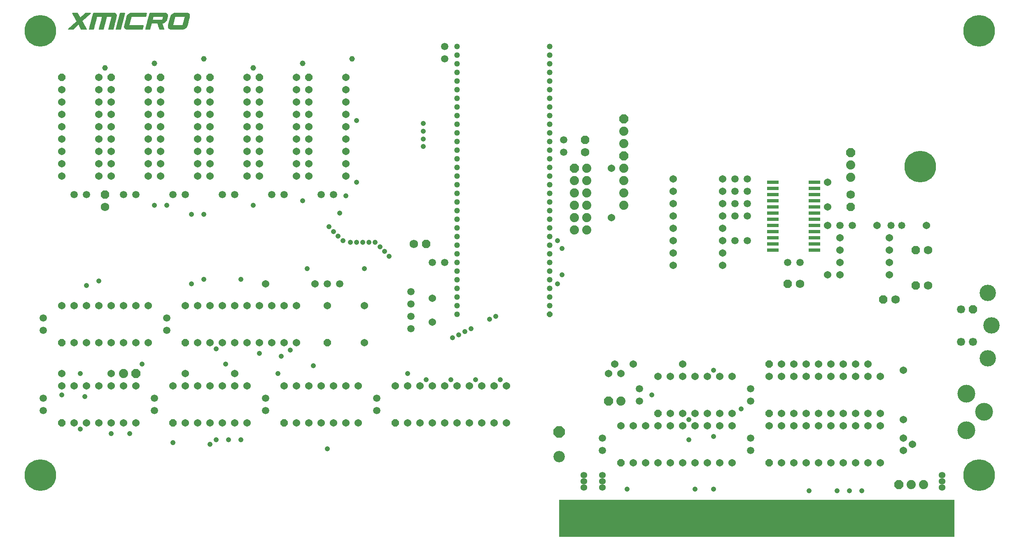
<source format=gts>
G75*
G70*
%OFA0B0*%
%FSLAX24Y24*%
%IPPOS*%
%LPD*%
%AMOC8*
5,1,8,0,0,1.08239X$1,22.5*
%
%ADD10C,0.0060*%
%ADD11R,3.2000X0.3000*%
%ADD12OC8,0.0468*%
%ADD13C,0.0468*%
%ADD14R,0.0926X0.0296*%
%ADD15C,0.0595*%
%ADD16C,0.0690*%
%ADD17OC8,0.0690*%
%ADD18C,0.0604*%
%ADD19OC8,0.0604*%
%ADD20OC8,0.0740*%
%ADD21C,0.0740*%
%ADD22C,0.1326*%
%ADD23C,0.0662*%
%ADD24OC8,0.0662*%
%ADD25C,0.1444*%
%ADD26OC8,0.0920*%
%ADD27C,0.0920*%
%ADD28C,0.2560*%
%ADD29C,0.0535*%
%ADD30C,0.0580*%
%ADD31C,0.0417*%
%ADD32C,0.0456*%
D10*
X004461Y041254D02*
X005156Y041884D01*
X004788Y042535D01*
X005196Y042535D01*
X005418Y042129D01*
X005859Y042535D01*
X006247Y042535D01*
X005548Y041894D01*
X005920Y041254D01*
X005508Y041254D01*
X005286Y041660D01*
X004849Y041254D01*
X004461Y041254D01*
X004513Y041301D02*
X004899Y041301D01*
X004962Y041359D02*
X004577Y041359D01*
X004642Y041418D02*
X005025Y041418D01*
X005088Y041476D02*
X004706Y041476D01*
X004771Y041535D02*
X005151Y041535D01*
X005214Y041593D02*
X004835Y041593D01*
X004900Y041652D02*
X005277Y041652D01*
X005290Y041652D02*
X005689Y041652D01*
X005655Y041710D02*
X004964Y041710D01*
X005029Y041769D02*
X005621Y041769D01*
X005587Y041827D02*
X005093Y041827D01*
X005155Y041886D02*
X005553Y041886D01*
X005602Y041944D02*
X005122Y041944D01*
X005089Y042003D02*
X005666Y042003D01*
X005730Y042061D02*
X005056Y042061D01*
X005023Y042120D02*
X005794Y042120D01*
X005858Y042178D02*
X005472Y042178D01*
X005391Y042178D02*
X004990Y042178D01*
X004957Y042237D02*
X005359Y042237D01*
X005327Y042295D02*
X004924Y042295D01*
X004890Y042354D02*
X005295Y042354D01*
X005263Y042412D02*
X004857Y042412D01*
X004824Y042471D02*
X005231Y042471D01*
X005199Y042529D02*
X004791Y042529D01*
X005535Y042237D02*
X005922Y042237D01*
X005985Y042295D02*
X005599Y042295D01*
X005662Y042354D02*
X006049Y042354D01*
X006113Y042412D02*
X005726Y042412D01*
X005789Y042471D02*
X006177Y042471D01*
X006241Y042529D02*
X005853Y042529D01*
X006435Y042354D02*
X008350Y042354D01*
X008350Y042370D02*
X008350Y042296D01*
X008339Y042222D01*
X008087Y041254D01*
X007742Y041254D01*
X008007Y042264D01*
X007557Y042264D01*
X007296Y041254D01*
X006946Y041254D01*
X007211Y042264D01*
X006761Y042264D01*
X006500Y041254D01*
X006151Y041254D01*
X006482Y042535D01*
X008168Y042535D01*
X008204Y042534D01*
X008239Y042525D01*
X008272Y042508D01*
X008300Y042485D01*
X008325Y042451D01*
X008342Y042412D01*
X008350Y042370D01*
X008342Y042412D02*
X006450Y042412D01*
X006465Y042471D02*
X008310Y042471D01*
X008221Y042529D02*
X006480Y042529D01*
X006420Y042295D02*
X008350Y042295D01*
X008341Y042237D02*
X008000Y042237D01*
X007985Y042178D02*
X008327Y042178D01*
X008312Y042120D02*
X007969Y042120D01*
X007954Y042061D02*
X008297Y042061D01*
X008282Y042003D02*
X007938Y042003D01*
X007923Y041944D02*
X008267Y041944D01*
X008251Y041886D02*
X007908Y041886D01*
X007892Y041827D02*
X008236Y041827D01*
X008221Y041769D02*
X007877Y041769D01*
X007862Y041710D02*
X008206Y041710D01*
X008191Y041652D02*
X007846Y041652D01*
X007831Y041593D02*
X008176Y041593D01*
X008160Y041535D02*
X007816Y041535D01*
X007800Y041476D02*
X008145Y041476D01*
X008130Y041418D02*
X007785Y041418D01*
X007770Y041359D02*
X008115Y041359D01*
X008100Y041301D02*
X007754Y041301D01*
X007338Y041418D02*
X006989Y041418D01*
X007005Y041476D02*
X007353Y041476D01*
X007368Y041535D02*
X007020Y041535D01*
X007035Y041593D02*
X007384Y041593D01*
X007399Y041652D02*
X007051Y041652D01*
X007066Y041710D02*
X007414Y041710D01*
X007429Y041769D02*
X007081Y041769D01*
X007097Y041827D02*
X007444Y041827D01*
X007459Y041886D02*
X007112Y041886D01*
X007128Y041944D02*
X007474Y041944D01*
X007490Y042003D02*
X007143Y042003D01*
X007158Y042061D02*
X007505Y042061D01*
X007520Y042120D02*
X007174Y042120D01*
X007189Y042178D02*
X007535Y042178D01*
X007550Y042237D02*
X007204Y042237D01*
X006754Y042237D02*
X006405Y042237D01*
X006389Y042178D02*
X006739Y042178D01*
X006724Y042120D02*
X006374Y042120D01*
X006359Y042061D02*
X006709Y042061D01*
X006694Y042003D02*
X006344Y042003D01*
X006329Y041944D02*
X006679Y041944D01*
X006664Y041886D02*
X006314Y041886D01*
X006299Y041827D02*
X006649Y041827D01*
X006633Y041769D02*
X006284Y041769D01*
X006269Y041710D02*
X006618Y041710D01*
X006603Y041652D02*
X006253Y041652D01*
X006238Y041593D02*
X006588Y041593D01*
X006573Y041535D02*
X006223Y041535D01*
X006208Y041476D02*
X006558Y041476D01*
X006543Y041418D02*
X006193Y041418D01*
X006178Y041359D02*
X006527Y041359D01*
X006512Y041301D02*
X006163Y041301D01*
X005893Y041301D02*
X005482Y041301D01*
X005450Y041359D02*
X005859Y041359D01*
X005825Y041418D02*
X005418Y041418D01*
X005386Y041476D02*
X005791Y041476D01*
X005757Y041535D02*
X005354Y041535D01*
X005322Y041593D02*
X005723Y041593D01*
X006959Y041301D02*
X007308Y041301D01*
X007323Y041359D02*
X006974Y041359D01*
X008339Y041254D02*
X008670Y042535D01*
X009015Y042535D01*
X008684Y041254D01*
X008339Y041254D01*
X008351Y041301D02*
X008696Y041301D01*
X008711Y041359D02*
X008366Y041359D01*
X008381Y041418D02*
X008726Y041418D01*
X008742Y041476D02*
X008396Y041476D01*
X008411Y041535D02*
X008757Y041535D01*
X008772Y041593D02*
X008426Y041593D01*
X008441Y041652D02*
X008787Y041652D01*
X008802Y041710D02*
X008456Y041710D01*
X008472Y041769D02*
X008817Y041769D01*
X008832Y041827D02*
X008487Y041827D01*
X008502Y041886D02*
X008847Y041886D01*
X008862Y041944D02*
X008517Y041944D01*
X008532Y042003D02*
X008878Y042003D01*
X008893Y042061D02*
X008547Y042061D01*
X008562Y042120D02*
X008908Y042120D01*
X008923Y042178D02*
X008577Y042178D01*
X008592Y042237D02*
X008938Y042237D01*
X008953Y042295D02*
X008608Y042295D01*
X008623Y042354D02*
X008968Y042354D01*
X008983Y042412D02*
X008638Y042412D01*
X008653Y042471D02*
X008998Y042471D01*
X009014Y042529D02*
X008668Y042529D01*
X009203Y042273D02*
X009235Y042335D01*
X009276Y042393D01*
X009325Y042444D01*
X009369Y042482D01*
X009419Y042511D01*
X009474Y042531D01*
X009502Y042535D01*
X009529Y042535D01*
X010790Y042535D01*
X010724Y042264D01*
X009546Y042264D01*
X009357Y041525D01*
X010528Y041525D01*
X010463Y041254D01*
X009168Y041254D01*
X009139Y041256D01*
X009111Y041265D01*
X009086Y041279D01*
X009063Y041298D01*
X009036Y041335D01*
X009017Y041377D01*
X009007Y041422D01*
X009005Y041474D01*
X009011Y041525D01*
X009023Y041586D01*
X009180Y042206D01*
X009203Y042273D01*
X009215Y042295D02*
X010731Y042295D01*
X010746Y042354D02*
X009248Y042354D01*
X009295Y042412D02*
X010760Y042412D01*
X010774Y042471D02*
X009356Y042471D01*
X009468Y042529D02*
X010788Y042529D01*
X011028Y042471D02*
X011110Y042471D01*
X012438Y042471D01*
X012428Y042482D02*
X012453Y042454D01*
X012474Y042423D01*
X012488Y042389D01*
X012496Y042353D01*
X012495Y042288D01*
X012484Y042224D01*
X012441Y042063D01*
X012429Y042024D01*
X012410Y041988D01*
X012354Y041905D01*
X012286Y041831D01*
X012228Y041786D01*
X012163Y041753D01*
X012095Y041737D01*
X012026Y041729D01*
X012198Y041254D01*
X011852Y041254D01*
X011680Y041733D01*
X011180Y041733D01*
X011055Y041254D01*
X010710Y041254D01*
X011045Y042535D01*
X012288Y042535D01*
X012326Y042532D01*
X012363Y042522D01*
X012397Y042505D01*
X012428Y042482D01*
X012478Y042412D02*
X011170Y042412D01*
X011012Y042412D01*
X010997Y042354D02*
X011229Y042354D01*
X012496Y042354D01*
X012496Y042295D02*
X011288Y042295D01*
X010982Y042295D01*
X010967Y042237D02*
X011314Y042237D01*
X011320Y042264D02*
X011045Y042535D01*
X011320Y042264D01*
X012150Y042264D01*
X012082Y041985D01*
X011252Y041985D01*
X011320Y042264D01*
X011299Y042178D02*
X010951Y042178D01*
X010936Y042120D02*
X011285Y042120D01*
X011271Y042061D02*
X010921Y042061D01*
X010905Y042003D02*
X011256Y042003D01*
X011174Y041710D02*
X010829Y041710D01*
X010814Y041652D02*
X011159Y041652D01*
X011144Y041593D02*
X010798Y041593D01*
X010783Y041535D02*
X011128Y041535D01*
X011113Y041476D02*
X010768Y041476D01*
X010753Y041418D02*
X011098Y041418D01*
X011083Y041359D02*
X010737Y041359D01*
X010722Y041301D02*
X011068Y041301D01*
X010844Y041769D02*
X012194Y041769D01*
X012281Y041827D02*
X010860Y041827D01*
X010875Y041886D02*
X012337Y041886D01*
X012381Y041944D02*
X010890Y041944D01*
X010516Y041476D02*
X009005Y041476D01*
X009008Y041418D02*
X010502Y041418D01*
X010488Y041359D02*
X009025Y041359D01*
X009062Y041301D02*
X010474Y041301D01*
X009374Y041593D02*
X009024Y041593D01*
X009013Y041535D02*
X009359Y041535D01*
X009389Y041652D02*
X009039Y041652D01*
X009054Y041710D02*
X009404Y041710D01*
X009419Y041769D02*
X009069Y041769D01*
X009084Y041827D02*
X009434Y041827D01*
X009449Y041886D02*
X009099Y041886D01*
X009114Y041944D02*
X009464Y041944D01*
X009479Y042003D02*
X009129Y042003D01*
X009144Y042061D02*
X009494Y042061D01*
X009509Y042120D02*
X009158Y042120D01*
X009173Y042178D02*
X009524Y042178D01*
X009539Y042237D02*
X009191Y042237D01*
X011043Y042529D02*
X011051Y042529D01*
X012338Y042529D01*
X012487Y042237D02*
X012144Y042237D01*
X012129Y042178D02*
X012472Y042178D01*
X012457Y042120D02*
X012115Y042120D01*
X012101Y042061D02*
X012441Y042061D01*
X012418Y042003D02*
X012086Y042003D01*
X012033Y041710D02*
X011689Y041710D01*
X011709Y041652D02*
X012054Y041652D01*
X012075Y041593D02*
X011730Y041593D01*
X011751Y041535D02*
X012096Y041535D01*
X012117Y041476D02*
X011772Y041476D01*
X011793Y041418D02*
X012138Y041418D01*
X012159Y041359D02*
X011814Y041359D01*
X011835Y041301D02*
X012180Y041301D01*
X012562Y041400D02*
X012576Y041358D01*
X012586Y041332D01*
X012603Y041309D01*
X012623Y041289D01*
X012647Y041273D01*
X012673Y041261D01*
X012701Y041256D01*
X012729Y041254D01*
X013743Y041254D01*
X013784Y041255D01*
X013824Y041263D01*
X013863Y041280D01*
X013898Y041302D01*
X013947Y041341D01*
X013990Y041386D01*
X014033Y041442D01*
X014067Y041504D01*
X014091Y041571D01*
X014263Y042230D01*
X014271Y042284D01*
X014271Y042339D01*
X014266Y042384D01*
X014253Y042428D01*
X014235Y042462D01*
X014210Y042492D01*
X014178Y042514D01*
X014142Y042529D01*
X014104Y042535D01*
X013115Y042535D01*
X013095Y042264D01*
X013115Y042535D01*
X013072Y042535D01*
X013018Y042527D01*
X012966Y042509D01*
X012919Y042481D01*
X012857Y042423D01*
X012806Y042356D01*
X012765Y042284D01*
X012735Y042206D01*
X012568Y041577D01*
X012560Y041538D01*
X012556Y041444D01*
X012562Y041400D01*
X012560Y041418D02*
X014014Y041418D01*
X014051Y041476D02*
X012557Y041476D01*
X012560Y041535D02*
X012902Y041535D01*
X012900Y041525D02*
X013732Y041525D01*
X013927Y042264D01*
X013095Y042264D01*
X012900Y041525D01*
X012918Y041593D02*
X012572Y041593D01*
X012588Y041652D02*
X012933Y041652D01*
X012949Y041710D02*
X012603Y041710D01*
X012619Y041769D02*
X012964Y041769D01*
X012979Y041827D02*
X012635Y041827D01*
X012650Y041886D02*
X012995Y041886D01*
X013010Y041944D02*
X012666Y041944D01*
X012681Y042003D02*
X013026Y042003D01*
X013041Y042061D02*
X012697Y042061D01*
X012712Y042120D02*
X013057Y042120D01*
X013072Y042178D02*
X012728Y042178D01*
X012747Y042237D02*
X013088Y042237D01*
X013097Y042295D02*
X014271Y042295D01*
X014269Y042354D02*
X013102Y042354D01*
X012804Y042354D01*
X012771Y042295D02*
X013097Y042295D01*
X013106Y042412D02*
X014258Y042412D01*
X014228Y042471D02*
X013110Y042471D01*
X012908Y042471D01*
X012849Y042412D02*
X013106Y042412D01*
X013115Y042529D02*
X014141Y042529D01*
X014264Y042237D02*
X013920Y042237D01*
X013905Y042178D02*
X014249Y042178D01*
X014234Y042120D02*
X013889Y042120D01*
X013874Y042061D02*
X014219Y042061D01*
X014204Y042003D02*
X013858Y042003D01*
X013843Y041944D02*
X014188Y041944D01*
X014173Y041886D02*
X013827Y041886D01*
X013812Y041827D02*
X014158Y041827D01*
X014143Y041769D02*
X013796Y041769D01*
X013781Y041710D02*
X014128Y041710D01*
X014112Y041652D02*
X013765Y041652D01*
X013750Y041593D02*
X014097Y041593D01*
X014078Y041535D02*
X013734Y041535D01*
X013896Y041301D02*
X012611Y041301D01*
X012575Y041359D02*
X013964Y041359D01*
X013115Y042529D02*
X013033Y042529D01*
D11*
X060180Y001600D03*
D12*
X043430Y018125D03*
D13*
X043430Y018825D03*
X043430Y019525D03*
X043430Y020225D03*
X043430Y020925D03*
X043430Y021625D03*
X043430Y022325D03*
X043430Y023025D03*
X043430Y023725D03*
X043430Y024425D03*
X043430Y025125D03*
X043430Y025825D03*
X043430Y026525D03*
X043430Y027225D03*
X043430Y027925D03*
X043430Y028625D03*
X043430Y029325D03*
X043430Y030025D03*
X043430Y030725D03*
X043430Y031425D03*
X043430Y032125D03*
X043430Y032825D03*
X043430Y033525D03*
X043430Y034225D03*
X043430Y034925D03*
X043430Y035625D03*
X043430Y036325D03*
X043430Y037025D03*
X043430Y037725D03*
X043430Y038425D03*
X043430Y039125D03*
X043430Y039825D03*
X035930Y039825D03*
X035930Y039125D03*
X035930Y038425D03*
X035930Y037725D03*
X035930Y037025D03*
X035930Y036325D03*
X035930Y035625D03*
X035930Y034925D03*
X035930Y034225D03*
X035930Y033525D03*
X035930Y032825D03*
X035930Y032125D03*
X035930Y031425D03*
X035930Y030725D03*
X035930Y030025D03*
X035930Y029325D03*
X035930Y028625D03*
X035930Y027925D03*
X035930Y027225D03*
X035930Y026525D03*
X035930Y025825D03*
X035930Y025125D03*
X035930Y024425D03*
X035930Y023725D03*
X035930Y023025D03*
X035930Y022325D03*
X035930Y021625D03*
X035930Y020925D03*
X035930Y020225D03*
X035930Y019525D03*
X035930Y018825D03*
X035930Y018125D03*
D14*
X061494Y023350D03*
X061494Y023850D03*
X061494Y024350D03*
X061494Y024850D03*
X061494Y025350D03*
X061494Y025850D03*
X061494Y026350D03*
X061494Y026850D03*
X061494Y027350D03*
X061494Y027850D03*
X061494Y028350D03*
X061494Y028850D03*
X064866Y028850D03*
X064866Y028350D03*
X064866Y027850D03*
X064866Y027350D03*
X064866Y026850D03*
X064866Y026350D03*
X064866Y025850D03*
X064866Y025350D03*
X064866Y024850D03*
X064866Y024350D03*
X064866Y023850D03*
X064866Y023350D03*
D15*
X063680Y022350D03*
X062680Y022350D03*
X059430Y024100D03*
X058430Y024100D03*
X058430Y026100D03*
X059430Y026100D03*
X059430Y027100D03*
X058430Y027100D03*
X058430Y028100D03*
X059430Y028100D03*
X059430Y029100D03*
X058430Y029100D03*
X066930Y025350D03*
X067930Y025350D03*
X044555Y031275D03*
X044555Y032275D03*
X034930Y038850D03*
X034930Y039850D03*
X025930Y027850D03*
X024930Y027850D03*
X021930Y027850D03*
X020930Y027850D03*
X017930Y027850D03*
X016930Y027850D03*
X013930Y027850D03*
X012930Y027850D03*
X009930Y027850D03*
X008930Y027850D03*
X005930Y027850D03*
X004930Y027850D03*
X002430Y017850D03*
X002430Y016850D03*
X002430Y011350D03*
X002430Y010350D03*
X011430Y010350D03*
X011430Y011350D03*
X020430Y011350D03*
X020430Y010350D03*
X029430Y010350D03*
X029430Y011350D03*
X032180Y016975D03*
X032180Y017975D03*
X032180Y018975D03*
X032180Y019975D03*
X033930Y022325D03*
X034930Y022325D03*
X026430Y020600D03*
X025430Y020600D03*
X012430Y017850D03*
X012430Y016850D03*
X047680Y008100D03*
X047680Y007100D03*
X050680Y011100D03*
X050680Y012100D03*
X059680Y012100D03*
X059680Y011100D03*
X059680Y008100D03*
X059680Y007100D03*
D16*
X071430Y019350D03*
X074055Y020475D03*
X074055Y023350D03*
X067805Y027850D03*
X063680Y020600D03*
X046305Y031275D03*
X032430Y023825D03*
X007430Y026850D03*
D17*
X007430Y027850D03*
X033430Y023825D03*
X046305Y032275D03*
X067805Y026850D03*
X073055Y023350D03*
X073055Y020475D03*
X070430Y019350D03*
X062680Y020600D03*
D18*
X065930Y021350D03*
X066930Y021350D03*
X066930Y022350D03*
X066930Y023350D03*
X066930Y024350D03*
X065930Y025350D03*
X065930Y026850D03*
X065930Y028850D03*
X069930Y025350D03*
X070930Y024350D03*
X070930Y023350D03*
X070930Y022350D03*
X070930Y021350D03*
X073930Y025350D03*
X057430Y025100D03*
X057430Y024100D03*
X057430Y023100D03*
X057430Y022100D03*
X053430Y022100D03*
X053430Y023100D03*
X053430Y024100D03*
X053430Y025100D03*
X053430Y026100D03*
X053430Y027100D03*
X053430Y028100D03*
X053430Y029100D03*
X057430Y029100D03*
X057430Y028100D03*
X057430Y027100D03*
X057430Y026100D03*
X048430Y025975D03*
X048430Y029975D03*
X033930Y019436D03*
X033930Y017514D03*
X028430Y018850D03*
X025430Y018850D03*
X022930Y018850D03*
X021930Y018850D03*
X020930Y018850D03*
X019930Y018850D03*
X018930Y018850D03*
X017930Y018850D03*
X016930Y018850D03*
X015930Y018850D03*
X014930Y018850D03*
X013930Y018850D03*
X010930Y018850D03*
X009930Y018850D03*
X008930Y018850D03*
X007930Y018850D03*
X006930Y018850D03*
X005930Y018850D03*
X004930Y018850D03*
X003930Y018850D03*
X004930Y015850D03*
X005930Y015850D03*
X006930Y015850D03*
X007930Y015850D03*
X008930Y015850D03*
X009930Y015850D03*
X010930Y015850D03*
X014930Y015850D03*
X015930Y015850D03*
X016930Y015850D03*
X017930Y015850D03*
X018930Y015850D03*
X019930Y015850D03*
X020930Y015850D03*
X021930Y015850D03*
X022930Y015850D03*
X028430Y015850D03*
X027930Y012350D03*
X026930Y012350D03*
X025930Y012350D03*
X024930Y012350D03*
X023930Y012350D03*
X022930Y012350D03*
X021930Y012350D03*
X018930Y012350D03*
X017930Y012350D03*
X016930Y012350D03*
X015930Y012350D03*
X014930Y012350D03*
X013930Y012350D03*
X012930Y012350D03*
X013930Y013350D03*
X017930Y013350D03*
X017930Y009350D03*
X016930Y009350D03*
X015930Y009350D03*
X014930Y009350D03*
X013930Y009350D03*
X009930Y009350D03*
X008930Y009350D03*
X007930Y009350D03*
X006930Y009350D03*
X005930Y009350D03*
X004930Y009350D03*
X004930Y012350D03*
X003930Y012350D03*
X003930Y013350D03*
X005930Y012350D03*
X006930Y012350D03*
X007930Y012350D03*
X008930Y012350D03*
X009930Y012350D03*
X007930Y013350D03*
X018930Y009350D03*
X022930Y009350D03*
X023930Y009350D03*
X024930Y009350D03*
X025930Y009350D03*
X026930Y009350D03*
X027930Y009350D03*
X031930Y009350D03*
X032930Y009350D03*
X033930Y009350D03*
X034930Y009350D03*
X035930Y009350D03*
X036930Y009350D03*
X037930Y009350D03*
X038930Y009350D03*
X039930Y009350D03*
X039930Y012350D03*
X038930Y012350D03*
X037930Y012350D03*
X036930Y012350D03*
X035930Y012350D03*
X034930Y012350D03*
X033930Y012350D03*
X032930Y012350D03*
X031930Y012350D03*
X030930Y012350D03*
X024430Y020600D03*
X020430Y020600D03*
X019930Y029350D03*
X018930Y029350D03*
X018930Y030350D03*
X019930Y030350D03*
X019930Y031350D03*
X018930Y031350D03*
X018930Y032350D03*
X019930Y032350D03*
X019930Y033350D03*
X018930Y033350D03*
X018930Y034350D03*
X019930Y034350D03*
X019930Y035350D03*
X018930Y035350D03*
X018930Y036350D03*
X019930Y036350D03*
X018930Y037350D03*
X015930Y036350D03*
X014930Y036350D03*
X014930Y035350D03*
X015930Y035350D03*
X015930Y034350D03*
X014930Y034350D03*
X014930Y033350D03*
X015930Y033350D03*
X015930Y032350D03*
X014930Y032350D03*
X014930Y031350D03*
X015930Y031350D03*
X015930Y030350D03*
X014930Y030350D03*
X014930Y029350D03*
X015930Y029350D03*
X011930Y029350D03*
X010930Y029350D03*
X010930Y030350D03*
X011930Y030350D03*
X011930Y031350D03*
X010930Y031350D03*
X010930Y032350D03*
X011930Y032350D03*
X011930Y033350D03*
X010930Y033350D03*
X010930Y034350D03*
X011930Y034350D03*
X011930Y035350D03*
X010930Y035350D03*
X010930Y036350D03*
X011930Y036350D03*
X010930Y037350D03*
X007930Y036350D03*
X006930Y036350D03*
X006930Y035350D03*
X007930Y035350D03*
X007930Y034350D03*
X006930Y034350D03*
X006930Y033350D03*
X007930Y033350D03*
X007930Y032350D03*
X006930Y032350D03*
X006930Y031350D03*
X007930Y031350D03*
X007930Y030350D03*
X006930Y030350D03*
X006930Y029350D03*
X007930Y029350D03*
X003930Y029350D03*
X003930Y030350D03*
X003930Y031350D03*
X003930Y032350D03*
X003930Y033350D03*
X003930Y034350D03*
X003930Y035350D03*
X003930Y036350D03*
X006930Y037350D03*
X014930Y037350D03*
X022930Y037350D03*
X022930Y036350D03*
X023930Y036350D03*
X023930Y035350D03*
X022930Y035350D03*
X022930Y034350D03*
X023930Y034350D03*
X023930Y033350D03*
X022930Y033350D03*
X022930Y032350D03*
X023930Y032350D03*
X023930Y031350D03*
X022930Y031350D03*
X022930Y030350D03*
X023930Y030350D03*
X023930Y029350D03*
X022930Y029350D03*
X026930Y029350D03*
X026930Y030350D03*
X026930Y031350D03*
X026930Y032350D03*
X026930Y033350D03*
X026930Y034350D03*
X026930Y035350D03*
X026930Y036350D03*
X026930Y037350D03*
X048680Y014100D03*
X048180Y013350D03*
X049180Y013350D03*
X050180Y014100D03*
X052180Y013100D03*
X053180Y013100D03*
X054180Y013100D03*
X055180Y013100D03*
X056180Y013100D03*
X057180Y013100D03*
X058180Y013100D03*
X061180Y013100D03*
X062180Y013100D03*
X062180Y014100D03*
X063180Y014100D03*
X064180Y014100D03*
X065180Y014100D03*
X066180Y014100D03*
X067180Y014100D03*
X067180Y013100D03*
X066180Y013100D03*
X065180Y013100D03*
X064180Y013100D03*
X063180Y013100D03*
X068180Y013100D03*
X069180Y013100D03*
X070180Y013100D03*
X069180Y014100D03*
X068180Y014100D03*
X072055Y013600D03*
X070180Y010100D03*
X069180Y010100D03*
X068180Y010100D03*
X068180Y009100D03*
X069180Y009100D03*
X070180Y009100D03*
X072055Y009600D03*
X072055Y008100D03*
X072805Y007600D03*
X072055Y007100D03*
X070180Y006100D03*
X069180Y006100D03*
X068180Y006100D03*
X067180Y006100D03*
X066180Y006100D03*
X065180Y006100D03*
X064180Y006100D03*
X063180Y006100D03*
X062180Y006100D03*
X058180Y006100D03*
X057180Y006100D03*
X056180Y006100D03*
X055180Y006100D03*
X054180Y006100D03*
X053180Y006100D03*
X052180Y006100D03*
X051180Y006100D03*
X050180Y006100D03*
X050180Y009100D03*
X049180Y009100D03*
X051180Y009100D03*
X052180Y009100D03*
X053180Y009100D03*
X054180Y009100D03*
X055180Y009100D03*
X056180Y009100D03*
X056180Y010100D03*
X055180Y010100D03*
X054180Y010100D03*
X053180Y010100D03*
X057180Y010100D03*
X058180Y010100D03*
X058180Y009100D03*
X057180Y009100D03*
X061180Y009100D03*
X062180Y009100D03*
X062180Y010100D03*
X063180Y010100D03*
X064180Y010100D03*
X065180Y010100D03*
X066180Y010100D03*
X067180Y010100D03*
X067180Y009100D03*
X066180Y009100D03*
X065180Y009100D03*
X064180Y009100D03*
X063180Y009100D03*
X054180Y014100D03*
D19*
X061180Y014100D03*
X061180Y010100D03*
X061180Y006100D03*
X052180Y010100D03*
X049180Y006100D03*
X030930Y009350D03*
X021930Y009350D03*
X012930Y009350D03*
X003930Y009350D03*
X003930Y015850D03*
X013930Y015850D03*
X025430Y015850D03*
X023930Y037350D03*
X019930Y037350D03*
X015930Y037350D03*
X011930Y037350D03*
X007930Y037350D03*
X003930Y037350D03*
D20*
X045430Y029975D03*
X049430Y030975D03*
X049430Y033975D03*
X067805Y031225D03*
X048180Y011100D03*
X071680Y004350D03*
X009930Y013350D03*
D21*
X008930Y013350D03*
X045430Y024975D03*
X046430Y024975D03*
X046430Y025975D03*
X045430Y025975D03*
X045430Y026975D03*
X046430Y026975D03*
X046430Y027975D03*
X045430Y027975D03*
X045430Y028975D03*
X046430Y028975D03*
X046430Y029975D03*
X049430Y029975D03*
X049430Y028975D03*
X049430Y027975D03*
X049430Y026975D03*
X049430Y031975D03*
X049430Y032975D03*
X067805Y030225D03*
X067805Y029225D03*
X049180Y011100D03*
X072680Y004350D03*
X073680Y004350D03*
D22*
X078886Y014564D03*
X079205Y017225D03*
X078886Y019886D03*
D23*
X076724Y018544D03*
X076724Y015906D03*
X077705Y015906D03*
D24*
X077705Y018544D03*
D25*
X077149Y011701D03*
X078605Y010225D03*
X077149Y008749D03*
D26*
X044180Y008600D03*
D27*
X044180Y006600D03*
D28*
X002180Y005100D03*
X002180Y041100D03*
X073430Y030100D03*
X078180Y041100D03*
X078180Y005100D03*
D29*
X075180Y005100D03*
X075180Y004600D03*
X075180Y004100D03*
X047680Y004100D03*
X047680Y004600D03*
X047680Y005100D03*
X046180Y005100D03*
X046180Y004600D03*
X046180Y004100D03*
D30*
X071055Y025350D03*
X071930Y025350D03*
D31*
X056680Y013600D03*
X051680Y011600D03*
X054680Y009600D03*
X056680Y008225D03*
X054680Y007975D03*
X058930Y010475D03*
X056680Y003975D03*
X055180Y003975D03*
X049680Y003975D03*
X064430Y003850D03*
X066680Y003850D03*
X067680Y003850D03*
X068680Y003850D03*
X039430Y012850D03*
X037430Y012850D03*
X035430Y012850D03*
X033430Y012850D03*
X031930Y013350D03*
X035555Y016225D03*
X036055Y016475D03*
X036555Y016725D03*
X037055Y016975D03*
X038555Y017725D03*
X039055Y017975D03*
X044055Y020600D03*
X044430Y021350D03*
X044430Y023475D03*
X044055Y024100D03*
X030430Y022850D03*
X030055Y023225D03*
X029680Y023600D03*
X029305Y023975D03*
X028805Y023975D03*
X028305Y023975D03*
X027805Y023975D03*
X027305Y023975D03*
X026680Y024100D03*
X026305Y024475D03*
X025930Y024850D03*
X025555Y025225D03*
X026430Y026350D03*
X026930Y027725D03*
X027805Y028850D03*
X023430Y027350D03*
X019430Y026975D03*
X015430Y026225D03*
X014430Y026225D03*
X012430Y026975D03*
X011430Y026975D03*
X015430Y020975D03*
X014430Y020600D03*
X018430Y020975D03*
X023805Y021850D03*
X028430Y021850D03*
X022430Y015225D03*
X021680Y014725D03*
X019930Y014975D03*
X017180Y014100D03*
X016430Y015350D03*
X021430Y013350D03*
X024305Y013975D03*
X018430Y007975D03*
X017430Y007975D03*
X016430Y007975D03*
X015930Y007600D03*
X012930Y007725D03*
X009430Y008475D03*
X007930Y008475D03*
X005430Y008850D03*
X005805Y011475D03*
X003930Y011600D03*
X005430Y013350D03*
X010430Y014100D03*
X005930Y020475D03*
X006930Y020850D03*
X027805Y033850D03*
X033180Y033600D03*
X033180Y032975D03*
X033180Y032350D03*
X033180Y031725D03*
X025430Y007225D03*
D32*
X023430Y038475D03*
X019430Y038100D03*
X015430Y038850D03*
X011430Y038475D03*
X007430Y038100D03*
X027430Y038850D03*
M02*

</source>
